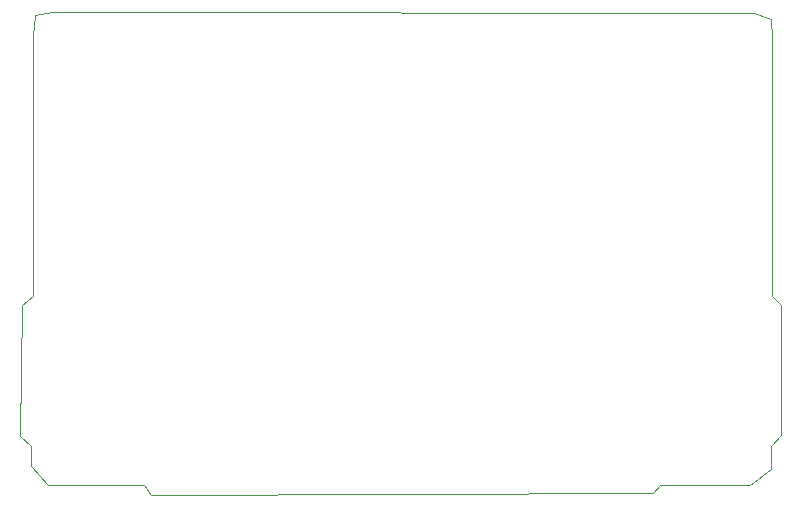
<source format=gbr>
%TF.GenerationSoftware,KiCad,Pcbnew,7.0.9*%
%TF.CreationDate,2024-02-16T19:17:06-08:00*%
%TF.ProjectId,DC32_Cassette_SAO,44433332-5f43-4617-9373-657474655f53,rev?*%
%TF.SameCoordinates,Original*%
%TF.FileFunction,Profile,NP*%
%FSLAX46Y46*%
G04 Gerber Fmt 4.6, Leading zero omitted, Abs format (unit mm)*
G04 Created by KiCad (PCBNEW 7.0.9) date 2024-02-16 19:17:06*
%MOMM*%
%LPD*%
G01*
G04 APERTURE LIST*
%TA.AperFunction,Profile*%
%ADD10C,0.100000*%
%TD*%
G04 APERTURE END LIST*
D10*
X171300000Y-120300000D02*
X171900000Y-119600000D01*
X128200000Y-119600000D02*
X128800000Y-120500000D01*
X181300000Y-116300000D02*
X182200000Y-115400000D01*
X181300000Y-80200000D02*
X179900000Y-79700000D01*
X179900000Y-79700000D02*
X120400000Y-79600000D01*
X181400000Y-81800000D02*
X181300000Y-80200000D01*
X117900000Y-104400000D02*
X118800000Y-103600000D01*
X182200000Y-115400000D02*
X182200000Y-104400000D01*
X181400000Y-103600000D02*
X181400000Y-81800000D01*
X118700000Y-116300000D02*
X118700000Y-118000000D01*
X128800000Y-120500000D02*
X171300000Y-120300000D01*
X119000000Y-79800000D02*
X120400000Y-79600000D01*
X117700000Y-115500000D02*
X118700000Y-116300000D01*
X118800000Y-81600000D02*
X118800000Y-103600000D01*
X181300000Y-118300000D02*
X181300000Y-116300000D01*
X120100000Y-119600000D02*
X128200000Y-119600000D01*
X171900000Y-119600000D02*
X179500000Y-119600000D01*
X117900000Y-104400000D02*
X117700000Y-115500000D01*
X120100000Y-119600000D02*
X118700000Y-118000000D01*
X118800000Y-81600000D02*
X119000000Y-79800000D01*
X182200000Y-104400000D02*
X181400000Y-103600000D01*
X179500000Y-119600000D02*
X181300000Y-118300000D01*
M02*

</source>
